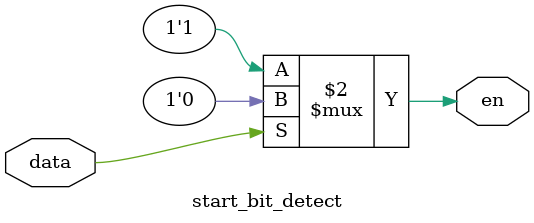
<source format=v>
module start_bit_detect(en, data);
	output en;
	input data;
	
	
	assign en = (!data) ? 1'b1 : 1'b0;


endmodule

</source>
